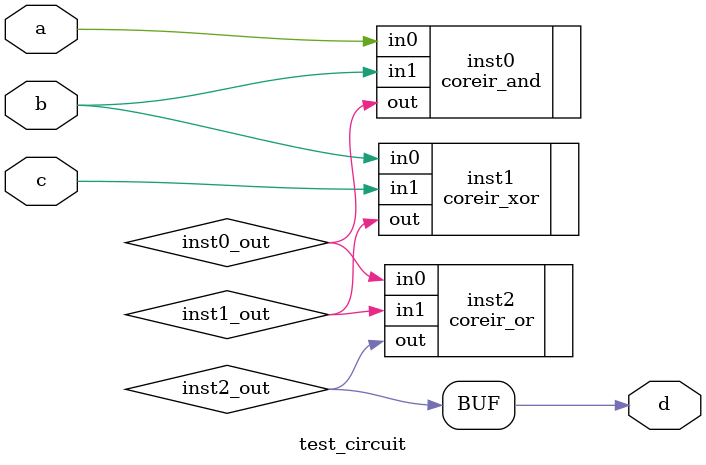
<source format=v>
module test_circuit (input  a, input  b, input  c, output  d);
wire  inst0_out;
wire  inst1_out;
wire  inst2_out;
coreir_and #(.WIDTH(1)) inst0 (.in0(a), .in1(b), .out(inst0_out));
coreir_xor #(.WIDTH(1)) inst1 (.in0(b), .in1(c), .out(inst1_out));
coreir_or #(.WIDTH(1)) inst2 (.in0(inst0_out), .in1(inst1_out), .out(inst2_out));
assign d = inst2_out;
endmodule


</source>
